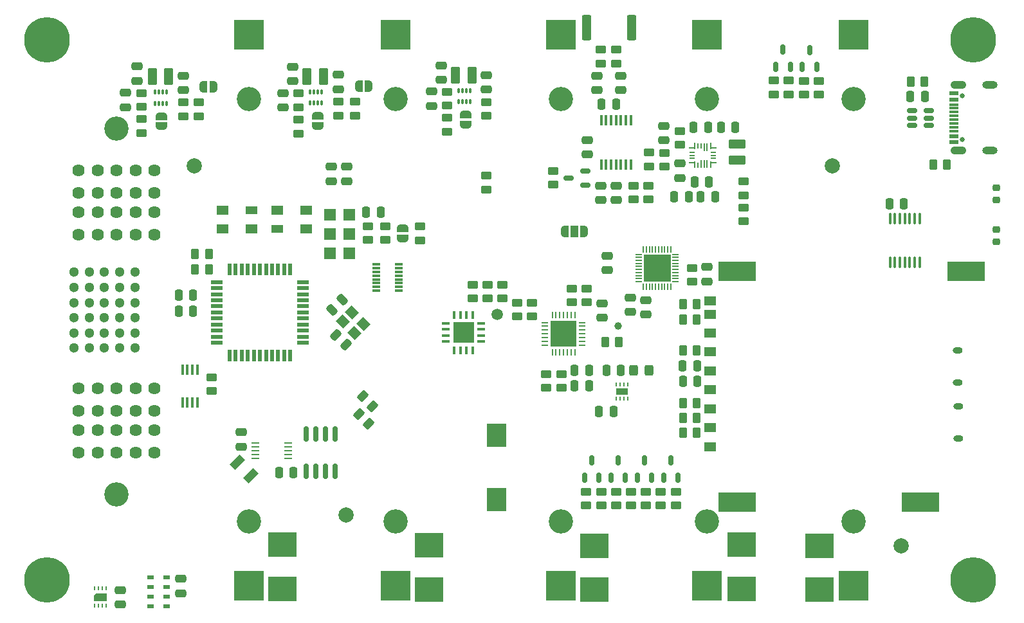
<source format=gbr>
%TF.GenerationSoftware,KiCad,Pcbnew,7.0.8-7.0.8~ubuntu23.04.1*%
%TF.CreationDate,2023-11-06T00:32:52+00:00*%
%TF.ProjectId,BATDATUNIT01,42415444-4154-4554-9e49-5430312e6b69,01A*%
%TF.SameCoordinates,Original*%
%TF.FileFunction,Soldermask,Bot*%
%TF.FilePolarity,Negative*%
%FSLAX46Y46*%
G04 Gerber Fmt 4.6, Leading zero omitted, Abs format (unit mm)*
G04 Created by KiCad (PCBNEW 7.0.8-7.0.8~ubuntu23.04.1) date 2023-11-06 00:32:52*
%MOMM*%
%LPD*%
G01*
G04 APERTURE LIST*
G04 Aperture macros list*
%AMRoundRect*
0 Rectangle with rounded corners*
0 $1 Rounding radius*
0 $2 $3 $4 $5 $6 $7 $8 $9 X,Y pos of 4 corners*
0 Add a 4 corners polygon primitive as box body*
4,1,4,$2,$3,$4,$5,$6,$7,$8,$9,$2,$3,0*
0 Add four circle primitives for the rounded corners*
1,1,$1+$1,$2,$3*
1,1,$1+$1,$4,$5*
1,1,$1+$1,$6,$7*
1,1,$1+$1,$8,$9*
0 Add four rect primitives between the rounded corners*
20,1,$1+$1,$2,$3,$4,$5,0*
20,1,$1+$1,$4,$5,$6,$7,0*
20,1,$1+$1,$6,$7,$8,$9,0*
20,1,$1+$1,$8,$9,$2,$3,0*%
%AMRotRect*
0 Rectangle, with rotation*
0 The origin of the aperture is its center*
0 $1 length*
0 $2 width*
0 $3 Rotation angle, in degrees counterclockwise*
0 Add horizontal line*
21,1,$1,$2,0,0,$3*%
%AMFreePoly0*
4,1,19,0.500000,-0.750000,0.000000,-0.750000,0.000000,-0.744911,-0.071157,-0.744911,-0.207708,-0.704816,-0.327430,-0.627875,-0.420627,-0.520320,-0.479746,-0.390866,-0.500000,-0.250000,-0.500000,0.250000,-0.479746,0.390866,-0.420627,0.520320,-0.327430,0.627875,-0.207708,0.704816,-0.071157,0.744911,0.000000,0.744911,0.000000,0.750000,0.500000,0.750000,0.500000,-0.750000,0.500000,-0.750000,
$1*%
%AMFreePoly1*
4,1,19,0.000000,0.744911,0.071157,0.744911,0.207708,0.704816,0.327430,0.627875,0.420627,0.520320,0.479746,0.390866,0.500000,0.250000,0.500000,-0.250000,0.479746,-0.390866,0.420627,-0.520320,0.327430,-0.627875,0.207708,-0.704816,0.071157,-0.744911,0.000000,-0.744911,0.000000,-0.750000,-0.500000,-0.750000,-0.500000,0.750000,0.000000,0.750000,0.000000,0.744911,0.000000,0.744911,
$1*%
%AMFreePoly2*
4,1,19,0.550000,-0.750000,0.000000,-0.750000,0.000000,-0.744911,-0.071157,-0.744911,-0.207708,-0.704816,-0.327430,-0.627875,-0.420627,-0.520320,-0.479746,-0.390866,-0.500000,-0.250000,-0.500000,0.250000,-0.479746,0.390866,-0.420627,0.520320,-0.327430,0.627875,-0.207708,0.704816,-0.071157,0.744911,0.000000,0.744911,0.000000,0.750000,0.550000,0.750000,0.550000,-0.750000,0.550000,-0.750000,
$1*%
%AMFreePoly3*
4,1,19,0.000000,0.744911,0.071157,0.744911,0.207708,0.704816,0.327430,0.627875,0.420627,0.520320,0.479746,0.390866,0.500000,0.250000,0.500000,-0.250000,0.479746,-0.390866,0.420627,-0.520320,0.327430,-0.627875,0.207708,-0.704816,0.071157,-0.744911,0.000000,-0.744911,0.000000,-0.750000,-0.550000,-0.750000,-0.550000,0.750000,0.000000,0.750000,0.000000,0.744911,0.000000,0.744911,
$1*%
%AMFreePoly4*
4,1,6,0.500000,-0.850000,-0.200000,-0.850000,-0.500000,-0.550000,-0.500000,0.850000,0.500000,0.850000,0.500000,-0.850000,0.500000,-0.850000,$1*%
G04 Aperture macros list end*
%ADD10C,3.200000*%
%ADD11R,4.000000X4.000000*%
%ADD12C,6.000000*%
%ADD13O,1.300000X0.900000*%
%ADD14C,1.300000*%
%ADD15C,1.620000*%
%ADD16RoundRect,0.250000X0.450000X-0.262500X0.450000X0.262500X-0.450000X0.262500X-0.450000X-0.262500X0*%
%ADD17RoundRect,0.250000X-0.262500X-0.450000X0.262500X-0.450000X0.262500X0.450000X-0.262500X0.450000X0*%
%ADD18R,0.950000X0.550000*%
%ADD19RoundRect,0.250000X0.475000X-0.250000X0.475000X0.250000X-0.475000X0.250000X-0.475000X-0.250000X0*%
%ADD20RoundRect,0.150000X0.150000X-0.512500X0.150000X0.512500X-0.150000X0.512500X-0.150000X-0.512500X0*%
%ADD21RoundRect,0.250000X0.375000X0.850000X-0.375000X0.850000X-0.375000X-0.850000X0.375000X-0.850000X0*%
%ADD22RoundRect,0.250000X-0.503814X-0.132583X-0.132583X-0.503814X0.503814X0.132583X0.132583X0.503814X0*%
%ADD23R,1.550000X1.150000*%
%ADD24R,1.550000X1.050000*%
%ADD25RoundRect,0.050000X-0.100000X0.285000X-0.100000X-0.285000X0.100000X-0.285000X0.100000X0.285000X0*%
%ADD26RoundRect,0.150000X-0.512500X-0.150000X0.512500X-0.150000X0.512500X0.150000X-0.512500X0.150000X0*%
%ADD27RoundRect,0.250000X-0.450000X0.262500X-0.450000X-0.262500X0.450000X-0.262500X0.450000X0.262500X0*%
%ADD28R,3.810000X3.330000*%
%ADD29RoundRect,0.250000X-0.362500X-1.425000X0.362500X-1.425000X0.362500X1.425000X-0.362500X1.425000X0*%
%ADD30RoundRect,0.087500X0.437500X0.087500X-0.437500X0.087500X-0.437500X-0.087500X0.437500X-0.087500X0*%
%ADD31RoundRect,0.087500X0.087500X0.437500X-0.087500X0.437500X-0.087500X-0.437500X0.087500X-0.437500X0*%
%ADD32R,2.700000X2.700000*%
%ADD33RoundRect,0.250000X0.250000X0.475000X-0.250000X0.475000X-0.250000X-0.475000X0.250000X-0.475000X0*%
%ADD34C,0.650000*%
%ADD35R,1.150000X0.600000*%
%ADD36R,1.150000X0.300000*%
%ADD37O,2.000000X1.000000*%
%ADD38O,2.100000X1.050000*%
%ADD39RoundRect,0.250000X-0.325000X-0.450000X0.325000X-0.450000X0.325000X0.450000X-0.325000X0.450000X0*%
%ADD40R,1.050000X0.300000*%
%ADD41C,1.500000*%
%ADD42C,2.000000*%
%ADD43RoundRect,0.250000X0.850000X-0.375000X0.850000X0.375000X-0.850000X0.375000X-0.850000X-0.375000X0*%
%ADD44RoundRect,0.250000X-0.475000X0.250000X-0.475000X-0.250000X0.475000X-0.250000X0.475000X0.250000X0*%
%ADD45RoundRect,0.250000X-0.250000X-0.475000X0.250000X-0.475000X0.250000X0.475000X-0.250000X0.475000X0*%
%ADD46RoundRect,0.250000X0.262500X0.450000X-0.262500X0.450000X-0.262500X-0.450000X0.262500X-0.450000X0*%
%ADD47FreePoly0,90.000000*%
%ADD48FreePoly1,90.000000*%
%ADD49RotRect,1.400000X1.200000X315.000000*%
%ADD50R,0.250000X0.500000*%
%ADD51R,1.600000X0.900000*%
%ADD52FreePoly2,180.000000*%
%ADD53R,1.000000X1.500000*%
%ADD54FreePoly3,180.000000*%
%ADD55RoundRect,0.150000X0.150000X-0.825000X0.150000X0.825000X-0.150000X0.825000X-0.150000X-0.825000X0*%
%ADD56R,0.450000X1.450000*%
%ADD57C,1.000000*%
%ADD58R,1.600000X1.200000*%
%ADD59R,5.000000X2.500000*%
%ADD60RoundRect,0.062500X0.062500X-0.337500X0.062500X0.337500X-0.062500X0.337500X-0.062500X-0.337500X0*%
%ADD61RoundRect,0.062500X0.337500X-0.062500X0.337500X0.062500X-0.337500X0.062500X-0.337500X-0.062500X0*%
%ADD62R,3.350000X3.350000*%
%ADD63RoundRect,0.050000X-0.337500X0.050000X-0.337500X-0.050000X0.337500X-0.050000X0.337500X0.050000X0*%
%ADD64RoundRect,0.050000X0.050000X0.337500X-0.050000X0.337500X-0.050000X-0.337500X0.050000X-0.337500X0*%
%ADD65RoundRect,0.050000X-0.262500X0.050000X-0.262500X-0.050000X0.262500X-0.050000X0.262500X0.050000X0*%
%ADD66RoundRect,0.050000X0.337500X-0.050000X0.337500X0.050000X-0.337500X0.050000X-0.337500X-0.050000X0*%
%ADD67RoundRect,0.050000X-0.050000X-0.262500X0.050000X-0.262500X0.050000X0.262500X-0.050000X0.262500X0*%
%ADD68RoundRect,0.050000X-0.050000X-0.450000X0.050000X-0.450000X0.050000X0.450000X-0.050000X0.450000X0*%
%ADD69RoundRect,0.050000X-0.050000X-0.337500X0.050000X-0.337500X0.050000X0.337500X-0.050000X0.337500X0*%
%ADD70RoundRect,0.050000X0.362500X-0.050000X0.362500X0.050000X-0.362500X0.050000X-0.362500X-0.050000X0*%
%ADD71RoundRect,0.050000X-0.362500X0.050000X-0.362500X-0.050000X0.362500X-0.050000X0.362500X0.050000X0*%
%ADD72R,2.500000X3.050000*%
%ADD73R,0.250000X0.550000*%
%ADD74FreePoly4,270.000000*%
%ADD75RoundRect,0.250000X-0.512652X-0.159099X-0.159099X-0.512652X0.512652X0.159099X0.159099X0.512652X0*%
%ADD76RoundRect,0.250000X0.250000X-0.200000X0.250000X0.200000X-0.250000X0.200000X-0.250000X-0.200000X0*%
%ADD77FreePoly0,180.000000*%
%ADD78FreePoly1,180.000000*%
%ADD79RotRect,1.000000X1.800000X135.000000*%
%ADD80R,1.100000X0.250000*%
%ADD81R,1.524000X1.524000*%
%ADD82RoundRect,0.250000X0.159099X-0.512652X0.512652X-0.159099X-0.159099X0.512652X-0.512652X0.159099X0*%
%ADD83R,0.850000X0.200000*%
%ADD84R,0.200000X0.850000*%
%ADD85R,3.600000X3.600000*%
%ADD86RoundRect,0.150000X0.512500X0.150000X-0.512500X0.150000X-0.512500X-0.150000X0.512500X-0.150000X0*%
%ADD87RoundRect,0.100000X0.100000X-0.637500X0.100000X0.637500X-0.100000X0.637500X-0.100000X-0.637500X0*%
%ADD88R,1.500000X0.550000*%
%ADD89R,0.550000X1.500000*%
G04 APERTURE END LIST*
D10*
%TO.C,BT1*%
X36486000Y15116000D03*
X55786000Y15116000D03*
X36486000Y70736000D03*
X55786000Y70736000D03*
D11*
X36486000Y6626000D03*
X36486000Y79226000D03*
X55786000Y6626000D03*
X55786000Y79226000D03*
%TD*%
D12*
%TO.C,H2*%
X131826000Y78486000D03*
%TD*%
%TO.C,H1*%
X9906000Y78486000D03*
%TD*%
D10*
%TO.C,BT2*%
X77486000Y15121000D03*
X96786000Y15121000D03*
X116086000Y15121000D03*
X77486000Y70731000D03*
X96786000Y70731000D03*
X116086000Y70731000D03*
D11*
X77486000Y6676000D03*
X77486000Y79176000D03*
X96786000Y6676000D03*
X96786000Y79176000D03*
X116086000Y6676000D03*
X116086000Y79176000D03*
%TD*%
D12*
%TO.C,H4*%
X131826000Y7366000D03*
%TD*%
D13*
%TO.C,SW4*%
X129751000Y33401000D03*
X129751000Y37651000D03*
%TD*%
D12*
%TO.C,H3*%
X9906000Y7366000D03*
%TD*%
D10*
%TO.C,J4*%
X19036000Y66856000D03*
X19036000Y18646000D03*
D14*
X13436000Y37926000D03*
X13436000Y39926000D03*
X13436000Y41926000D03*
X13436000Y43926000D03*
X13436000Y45926000D03*
X13436000Y47926000D03*
X15436000Y37926000D03*
X15436000Y39926000D03*
X15436000Y41926000D03*
X15436000Y43926000D03*
X15436000Y45926000D03*
X15436000Y47926000D03*
X17436000Y37926000D03*
X17436000Y39926000D03*
X17436000Y41926000D03*
X17436000Y43926000D03*
X17436000Y45926000D03*
X17436000Y47926000D03*
X19436000Y37926000D03*
X19436000Y39926000D03*
X19436000Y41926000D03*
X19436000Y43926000D03*
X19436000Y45926000D03*
X19436000Y47926000D03*
X21436000Y37926000D03*
X21436000Y39926000D03*
X21436000Y41926000D03*
X21436000Y43926000D03*
X21436000Y45926000D03*
X21436000Y47926000D03*
D15*
X24036000Y27146000D03*
X21536000Y27146000D03*
X19036000Y27146000D03*
X16536000Y27146000D03*
X14036000Y27146000D03*
X24036000Y24146000D03*
X21536000Y24146000D03*
X19036000Y24146000D03*
X16536000Y24146000D03*
X14036000Y24146000D03*
X24036000Y32646000D03*
X21536000Y32646000D03*
X19036000Y32646000D03*
X16536000Y32646000D03*
X14036000Y32646000D03*
X24036000Y29646000D03*
X21536000Y29646000D03*
X19036000Y29646000D03*
X16536000Y29646000D03*
X14036000Y29646000D03*
X24036000Y55856000D03*
X21536000Y55856000D03*
X19036000Y55856000D03*
X16536000Y55856000D03*
X14036000Y55856000D03*
X24036000Y52856000D03*
X21536000Y52856000D03*
X19036000Y52856000D03*
X16536000Y52856000D03*
X14036000Y52856000D03*
X24036000Y61356000D03*
X21536000Y61356000D03*
X19036000Y61356000D03*
X16536000Y61356000D03*
X14036000Y61356000D03*
X24036000Y58356000D03*
X21536000Y58356000D03*
X19036000Y58356000D03*
X16536000Y58356000D03*
X14036000Y58356000D03*
%TD*%
D13*
%TO.C,SW1*%
X129836000Y26051000D03*
X129836000Y30301000D03*
%TD*%
D16*
%TO.C,R33*%
X84786000Y17213500D03*
X84786000Y19038500D03*
%TD*%
D17*
%TO.C,R9*%
X93573500Y28726000D03*
X95398500Y28726000D03*
%TD*%
D18*
%TO.C,U9*%
X25659750Y7704750D03*
X25659750Y6454750D03*
X25659750Y5204750D03*
X25659750Y3954750D03*
X23509750Y3954750D03*
X23509750Y5204750D03*
X23509750Y6454750D03*
X23509750Y7704750D03*
%TD*%
D19*
%TO.C,C37*%
X61736000Y73266000D03*
X61736000Y75166000D03*
%TD*%
D20*
%TO.C,Q2*%
X89469330Y20888500D03*
X87569330Y20888500D03*
X88519330Y23163500D03*
%TD*%
D21*
%TO.C,L3*%
X46261000Y73711000D03*
X44111000Y73711000D03*
%TD*%
D22*
%TO.C,R35*%
X50940765Y29271235D03*
X52231235Y27980765D03*
%TD*%
D23*
%TO.C,SW2*%
X32986000Y53651000D03*
X36786000Y53651000D03*
X32986000Y56051000D03*
D24*
X36786000Y56051000D03*
%TD*%
D25*
%TO.C,U17*%
X24086000Y71658500D03*
X24586000Y71658500D03*
X25086000Y71658500D03*
X25586000Y71658500D03*
X25586000Y70178500D03*
X25086000Y70178500D03*
X24586000Y70178500D03*
X24086000Y70178500D03*
%TD*%
D26*
%TO.C,U2*%
X123711000Y67276000D03*
X123711000Y68226000D03*
X123711000Y69176000D03*
X125986000Y69176000D03*
X125986000Y68226000D03*
X125986000Y67276000D03*
%TD*%
D27*
%TO.C,R12*%
X101586000Y56426000D03*
X101586000Y54601000D03*
%TD*%
D28*
%TO.C,F3*%
X81886000Y11926000D03*
X81886000Y6106000D03*
%TD*%
D29*
%TO.C,R52*%
X80923500Y80126000D03*
X86848500Y80126000D03*
%TD*%
D30*
%TO.C,U4*%
X67036000Y41181000D03*
X67036000Y40381000D03*
X67036000Y39581000D03*
X67036000Y38781000D03*
D31*
X65911000Y37656000D03*
X65111000Y37656000D03*
X64311000Y37656000D03*
X63511000Y37656000D03*
D30*
X62386000Y38781000D03*
X62386000Y39581000D03*
X62386000Y40381000D03*
X62386000Y41181000D03*
D31*
X63511000Y42306000D03*
X64311000Y42306000D03*
X65111000Y42306000D03*
X65911000Y42306000D03*
D32*
X64711000Y39981000D03*
%TD*%
D33*
%TO.C,C14*%
X29100000Y42826000D03*
X27200000Y42826000D03*
%TD*%
%TO.C,C33*%
X122686000Y56951000D03*
X120786000Y56951000D03*
%TD*%
D34*
%TO.C,J1*%
X130318500Y71146000D03*
X130318500Y65366000D03*
D35*
X129243500Y71456000D03*
X129243500Y70656000D03*
D36*
X129243500Y69506000D03*
X129243500Y68506000D03*
X129243500Y68006000D03*
X129243500Y67006000D03*
D35*
X129243500Y65056000D03*
X129243500Y65856000D03*
D36*
X129243500Y66506000D03*
X129243500Y67506000D03*
X129243500Y69006000D03*
X129243500Y70006000D03*
D37*
X133998500Y72576000D03*
X133998500Y63936000D03*
D38*
X129818500Y72576000D03*
X129818500Y63936000D03*
%TD*%
D39*
%TO.C,L5*%
X87111000Y35026000D03*
X89161000Y35026000D03*
%TD*%
D33*
%TO.C,C43*%
X84436000Y29576000D03*
X82536000Y29576000D03*
%TD*%
D19*
%TO.C,C24*%
X91086000Y65276000D03*
X91086000Y67176000D03*
%TD*%
D40*
%TO.C,U7*%
X56186000Y48976000D03*
X56186000Y48476000D03*
X56186000Y47976000D03*
X56186000Y47476000D03*
X56186000Y46976000D03*
X56186000Y46476000D03*
X56186000Y45976000D03*
X56186000Y45476000D03*
X53186000Y45476000D03*
X53186000Y45976000D03*
X53186000Y46476000D03*
X53186000Y46976000D03*
X53186000Y47476000D03*
X53186000Y47976000D03*
X53186000Y48476000D03*
X53186000Y48976000D03*
%TD*%
D41*
%TO.C,TP2*%
X69136000Y42326000D03*
%TD*%
D16*
%TO.C,R45*%
X105586000Y71338500D03*
X105586000Y73163500D03*
%TD*%
%TO.C,R61*%
X50436000Y68536000D03*
X50436000Y70361000D03*
%TD*%
D42*
%TO.C,FID2*%
X49286000Y15926000D03*
%TD*%
D43*
%TO.C,L1*%
X100686000Y62651000D03*
X100686000Y64801000D03*
%TD*%
D44*
%TO.C,C18*%
X27486000Y7529750D03*
X27486000Y5629750D03*
%TD*%
D16*
%TO.C,R25*%
X88719332Y17213500D03*
X88719332Y19038500D03*
%TD*%
D44*
%TO.C,C3*%
X96786000Y48626000D03*
X96786000Y46726000D03*
%TD*%
D45*
%TO.C,C5*%
X79336000Y32926000D03*
X81236000Y32926000D03*
%TD*%
D46*
%TO.C,R26*%
X85186000Y38726000D03*
X83361000Y38726000D03*
%TD*%
D47*
%TO.C,JP5*%
X64986000Y67366000D03*
D48*
X64986000Y68666000D03*
%TD*%
D44*
%TO.C,C9*%
X47326000Y61826000D03*
X47326000Y59926000D03*
%TD*%
D27*
%TO.C,R37*%
X58986000Y53938500D03*
X58986000Y52113500D03*
%TD*%
D42*
%TO.C,FID1*%
X29286000Y61926000D03*
%TD*%
D19*
%TO.C,C19*%
X35486000Y24956000D03*
X35486000Y26856000D03*
%TD*%
D27*
%TO.C,R2*%
X67686000Y60651000D03*
X67686000Y58826000D03*
%TD*%
%TO.C,R36*%
X54386000Y53988500D03*
X54386000Y52163500D03*
%TD*%
D20*
%TO.C,Q7*%
X111211000Y74926000D03*
X109311000Y74926000D03*
X110261000Y77201000D03*
%TD*%
D49*
%TO.C,Y1*%
X50013081Y42633081D03*
X51568716Y41077446D03*
X50366635Y39875365D03*
X48811000Y41431000D03*
%TD*%
D27*
%TO.C,R11*%
X101536000Y59893500D03*
X101536000Y58068500D03*
%TD*%
D19*
%TO.C,C26*%
X82286000Y71876000D03*
X82286000Y73776000D03*
%TD*%
D50*
%TO.C,U18*%
X86336000Y31276000D03*
X85836000Y31276000D03*
X85336000Y31276000D03*
X84836000Y31276000D03*
X84836000Y33176000D03*
X85336000Y33176000D03*
X85836000Y33176000D03*
X86336000Y33176000D03*
D51*
X85586000Y32226000D03*
%TD*%
D17*
%TO.C,R8*%
X93573500Y30676000D03*
X95398500Y30676000D03*
%TD*%
D16*
%TO.C,R64*%
X48236000Y68548500D03*
X48236000Y70373500D03*
%TD*%
%TO.C,R46*%
X109511000Y71313500D03*
X109511000Y73138500D03*
%TD*%
D46*
%TO.C,R5*%
X95398500Y43726000D03*
X93573500Y43726000D03*
%TD*%
D21*
%TO.C,L2*%
X65811000Y73866000D03*
X63661000Y73866000D03*
%TD*%
D52*
%TO.C,JP1*%
X80600000Y53300000D03*
D53*
X79300000Y53300000D03*
D54*
X78000000Y53300000D03*
%TD*%
D20*
%TO.C,Q6*%
X107711000Y74951000D03*
X105811000Y74951000D03*
X106761000Y77226000D03*
%TD*%
D44*
%TO.C,C25*%
X84786000Y59326000D03*
X84786000Y57426000D03*
%TD*%
D17*
%TO.C,R7*%
X93573500Y37626000D03*
X95398500Y37626000D03*
%TD*%
D46*
%TO.C,R22*%
X31186000Y48326000D03*
X29361000Y48326000D03*
%TD*%
D16*
%TO.C,R41*%
X107511000Y71338500D03*
X107511000Y73163500D03*
%TD*%
%TO.C,R28*%
X86752666Y17213500D03*
X86752666Y19038500D03*
%TD*%
D27*
%TO.C,R47*%
X91136000Y63638500D03*
X91136000Y61813500D03*
%TD*%
D55*
%TO.C,U5*%
X47791000Y21701000D03*
X46521000Y21701000D03*
X45251000Y21701000D03*
X43981000Y21701000D03*
X43981000Y26651000D03*
X45251000Y26651000D03*
X46521000Y26651000D03*
X47791000Y26651000D03*
%TD*%
D56*
%TO.C,U10*%
X29661000Y30726000D03*
X29011000Y30726000D03*
X28361000Y30726000D03*
X27711000Y30726000D03*
X27711000Y35126000D03*
X28361000Y35126000D03*
X29011000Y35126000D03*
X29661000Y35126000D03*
%TD*%
D57*
%TO.C,TP1*%
X85086000Y40826000D03*
%TD*%
D46*
%TO.C,R6*%
X95398500Y41726000D03*
X93573500Y41726000D03*
%TD*%
D16*
%TO.C,R16*%
X82819334Y17213500D03*
X82819334Y19038500D03*
%TD*%
D20*
%TO.C,Q1*%
X82535998Y20888500D03*
X80635998Y20888500D03*
X81585998Y23163500D03*
%TD*%
D27*
%TO.C,R71*%
X22286000Y68106000D03*
X22286000Y66281000D03*
%TD*%
D23*
%TO.C,SW3*%
X43986000Y56051000D03*
X40186000Y56051000D03*
X43986000Y53651000D03*
D24*
X40186000Y53651000D03*
%TD*%
D27*
%TO.C,R70*%
X22286000Y71531000D03*
X22286000Y69706000D03*
%TD*%
D58*
%TO.C,J2*%
X97186000Y27441000D03*
X97186000Y29941000D03*
X97186000Y32441000D03*
X97186000Y34941000D03*
X97186000Y37441000D03*
X97186000Y39941000D03*
X97186000Y42371000D03*
X97186000Y44171000D03*
X97186000Y24941000D03*
D59*
X100686000Y48056000D03*
X100686000Y17606000D03*
X124886000Y17606000D03*
X130886000Y48056000D03*
%TD*%
D44*
%TO.C,C40*%
X60536000Y71716000D03*
X60536000Y69816000D03*
%TD*%
D45*
%TO.C,C6*%
X79336000Y35026000D03*
X81236000Y35026000D03*
%TD*%
D33*
%TO.C,C29*%
X97036000Y59801000D03*
X95136000Y59801000D03*
%TD*%
D16*
%TO.C,R21*%
X71786000Y42093500D03*
X71786000Y43918500D03*
%TD*%
%TO.C,R23*%
X73736000Y42093500D03*
X73736000Y43918500D03*
%TD*%
D45*
%TO.C,C11*%
X51886000Y55826000D03*
X53786000Y55826000D03*
%TD*%
D17*
%TO.C,R3*%
X126536000Y62076000D03*
X128361000Y62076000D03*
%TD*%
D19*
%TO.C,C36*%
X27836000Y71918500D03*
X27836000Y73818500D03*
%TD*%
D33*
%TO.C,C44*%
X85436000Y35026000D03*
X83536000Y35026000D03*
%TD*%
%TO.C,C4*%
X125436000Y71076000D03*
X123536000Y71076000D03*
%TD*%
D19*
%TO.C,C38*%
X42186000Y73061000D03*
X42186000Y74961000D03*
%TD*%
D16*
%TO.C,R44*%
X89061000Y57483500D03*
X89061000Y59308500D03*
%TD*%
%TO.C,R24*%
X80852668Y17213500D03*
X80852668Y19038500D03*
%TD*%
D33*
%TO.C,C45*%
X95461000Y35626000D03*
X93561000Y35626000D03*
%TD*%
D44*
%TO.C,C2*%
X88686000Y44251000D03*
X88686000Y42351000D03*
%TD*%
D16*
%TO.C,R13*%
X75586000Y32687500D03*
X75586000Y34512500D03*
%TD*%
D28*
%TO.C,F2*%
X60186000Y11936000D03*
X60186000Y6116000D03*
%TD*%
D60*
%TO.C,U3*%
X79386000Y37356000D03*
X78886000Y37356000D03*
X78386000Y37356000D03*
X77886000Y37356000D03*
X77386000Y37356000D03*
X76886000Y37356000D03*
X76386000Y37356000D03*
D61*
X75436000Y38306000D03*
X75436000Y38806000D03*
X75436000Y39306000D03*
X75436000Y39806000D03*
X75436000Y40306000D03*
X75436000Y40806000D03*
X75436000Y41306000D03*
D60*
X76386000Y42256000D03*
X76886000Y42256000D03*
X77386000Y42256000D03*
X77886000Y42256000D03*
X78386000Y42256000D03*
X78886000Y42256000D03*
X79386000Y42256000D03*
D61*
X80336000Y41306000D03*
X80336000Y40806000D03*
X80336000Y40306000D03*
X80336000Y39806000D03*
X80336000Y39306000D03*
X80336000Y38806000D03*
X80336000Y38306000D03*
D62*
X77886000Y39806000D03*
%TD*%
D16*
%TO.C,R50*%
X93200000Y64700000D03*
X93200000Y66525000D03*
%TD*%
D17*
%TO.C,R4*%
X123573500Y73026000D03*
X125398500Y73026000D03*
%TD*%
D16*
%TO.C,R39*%
X31536000Y32263500D03*
X31536000Y34088500D03*
%TD*%
D33*
%TO.C,C46*%
X95486000Y33601000D03*
X93586000Y33601000D03*
%TD*%
D21*
%TO.C,L4*%
X25886000Y73668500D03*
X23736000Y73668500D03*
%TD*%
D46*
%TO.C,R30*%
X31186000Y50326000D03*
X29361000Y50326000D03*
%TD*%
D56*
%TO.C,U12*%
X86736000Y62076000D03*
X86086000Y62076000D03*
X85436000Y62076000D03*
X84786000Y62076000D03*
X84136000Y62076000D03*
X83486000Y62076000D03*
X82836000Y62076000D03*
X82836000Y67976000D03*
X83486000Y67976000D03*
X84136000Y67976000D03*
X84786000Y67976000D03*
X85436000Y67976000D03*
X86086000Y67976000D03*
X86736000Y67976000D03*
%TD*%
D16*
%TO.C,R15*%
X77586000Y32687500D03*
X77586000Y34512500D03*
%TD*%
D42*
%TO.C,FID3*%
X113286000Y61926000D03*
%TD*%
D63*
%TO.C,U13*%
X94838500Y62376000D03*
D64*
X95126000Y62088500D03*
D65*
X94823500Y62919000D03*
X94813500Y63319000D03*
X94813500Y63719000D03*
D64*
X95126000Y64563500D03*
D66*
X94838500Y64276000D03*
D67*
X95576000Y64538500D03*
X95976000Y64538500D03*
D68*
X96376000Y64356000D03*
X96776000Y64356000D03*
D69*
X97276000Y64563500D03*
D70*
X97588500Y64276000D03*
D65*
X97583500Y63719000D03*
X97583500Y63319000D03*
X97583500Y62919000D03*
D69*
X97276000Y62088500D03*
D71*
X97588500Y62376000D03*
D68*
X96776000Y62196000D03*
X96376000Y62196000D03*
X95976000Y62196000D03*
D67*
X95576000Y62016000D03*
%TD*%
D19*
%TO.C,C15*%
X19486000Y4179750D03*
X19486000Y6079750D03*
%TD*%
D27*
%TO.C,R69*%
X42986000Y68023500D03*
X42986000Y66198500D03*
%TD*%
%TO.C,R66*%
X62536000Y71678500D03*
X62536000Y69853500D03*
%TD*%
D16*
%TO.C,R19*%
X67886000Y44443500D03*
X67886000Y46268500D03*
%TD*%
D72*
%TO.C,BZ1*%
X69036000Y18001000D03*
X69036000Y26451000D03*
%TD*%
D16*
%TO.C,R29*%
X92652668Y17213500D03*
X92652668Y19038500D03*
%TD*%
D73*
%TO.C,U6*%
X16134750Y6329750D03*
X16634750Y6329750D03*
X17134750Y6329750D03*
X17634750Y6329750D03*
X17634750Y3979750D03*
X17134750Y3979750D03*
X16634750Y3979750D03*
X16134750Y3979750D03*
D74*
X16884750Y5154750D03*
%TD*%
D19*
%TO.C,C39*%
X21736000Y73106000D03*
X21736000Y75006000D03*
%TD*%
%TO.C,C34*%
X67736000Y71966000D03*
X67736000Y73866000D03*
%TD*%
D47*
%TO.C,JP7*%
X45486000Y67211000D03*
D48*
X45486000Y68511000D03*
%TD*%
D19*
%TO.C,C1*%
X83586000Y48176000D03*
X83586000Y50076000D03*
%TD*%
D25*
%TO.C,U16*%
X44536000Y71701000D03*
X45036000Y71701000D03*
X45536000Y71701000D03*
X46036000Y71701000D03*
X46036000Y70221000D03*
X45536000Y70221000D03*
X45036000Y70221000D03*
X44536000Y70221000D03*
%TD*%
D42*
%TO.C,FID4*%
X122286000Y11926000D03*
%TD*%
D27*
%TO.C,R43*%
X87086000Y59308500D03*
X87086000Y57483500D03*
%TD*%
%TO.C,R48*%
X82786000Y77238500D03*
X82786000Y75413500D03*
%TD*%
D16*
%TO.C,R1*%
X94786000Y46676000D03*
X94786000Y48501000D03*
%TD*%
D75*
%TO.C,C13*%
X47864249Y39697751D03*
X49207751Y38354249D03*
%TD*%
D76*
%TO.C,D7*%
X134811000Y57426000D03*
X134811000Y59026000D03*
%TD*%
D16*
%TO.C,R31*%
X80936000Y43963500D03*
X80936000Y45788500D03*
%TD*%
D77*
%TO.C,JP4*%
X31786000Y72368500D03*
D78*
X30486000Y72368500D03*
%TD*%
D25*
%TO.C,U15*%
X64086000Y71856000D03*
X64586000Y71856000D03*
X65086000Y71856000D03*
X65586000Y71856000D03*
X65586000Y70376000D03*
X65086000Y70376000D03*
X64586000Y70376000D03*
X64086000Y70376000D03*
%TD*%
D79*
%TO.C,Y2*%
X34952117Y22859883D03*
X36719883Y21092117D03*
%TD*%
D19*
%TO.C,C28*%
X80986000Y63426000D03*
X80986000Y65326000D03*
%TD*%
D80*
%TO.C,U11*%
X37336000Y23406000D03*
X37336000Y23906000D03*
X37336000Y24406000D03*
X37336000Y24906000D03*
X37336000Y25406000D03*
X41636000Y25406000D03*
X41636000Y24906000D03*
X41636000Y24406000D03*
X41636000Y23906000D03*
X41636000Y23406000D03*
%TD*%
D20*
%TO.C,Q4*%
X92935998Y20888500D03*
X91035998Y20888500D03*
X91985998Y23163500D03*
%TD*%
D76*
%TO.C,D6*%
X134811000Y51901000D03*
X134811000Y53501000D03*
%TD*%
D81*
%TO.C,J3*%
X47166000Y50436000D03*
X49706000Y50436000D03*
X47166000Y52976000D03*
X49706000Y52976000D03*
X47166000Y55516000D03*
X49706000Y55516000D03*
%TD*%
D16*
%TO.C,R63*%
X27836000Y68481000D03*
X27836000Y70306000D03*
%TD*%
D27*
%TO.C,R38*%
X52086000Y53988500D03*
X52086000Y52163500D03*
%TD*%
D45*
%TO.C,C31*%
X98586000Y67026000D03*
X100486000Y67026000D03*
%TD*%
D44*
%TO.C,C22*%
X82786000Y59326000D03*
X82786000Y57426000D03*
%TD*%
D33*
%TO.C,C16*%
X42336000Y21506000D03*
X40436000Y21506000D03*
%TD*%
D45*
%TO.C,C23*%
X82886000Y70026000D03*
X84786000Y70026000D03*
%TD*%
D82*
%TO.C,C8*%
X47414249Y42954249D03*
X48757751Y44297751D03*
%TD*%
D22*
%TO.C,R34*%
X51440765Y31571235D03*
X52731235Y30280765D03*
%TD*%
D33*
%TO.C,C21*%
X94361000Y57826000D03*
X92461000Y57826000D03*
%TD*%
D20*
%TO.C,Q3*%
X86002664Y20888500D03*
X84102664Y20888500D03*
X85052664Y23163500D03*
%TD*%
D19*
%TO.C,C35*%
X48236000Y72011000D03*
X48236000Y73911000D03*
%TD*%
D44*
%TO.C,C42*%
X20236000Y71568500D03*
X20236000Y69668500D03*
%TD*%
D27*
%TO.C,R68*%
X42986000Y71473500D03*
X42986000Y69648500D03*
%TD*%
D28*
%TO.C,F5*%
X111586000Y11926000D03*
X111586000Y6106000D03*
%TD*%
D44*
%TO.C,C41*%
X40986000Y71511000D03*
X40986000Y69611000D03*
%TD*%
D77*
%TO.C,JP3*%
X52236000Y72423500D03*
D78*
X50936000Y72423500D03*
%TD*%
D16*
%TO.C,R65*%
X67736000Y68491000D03*
X67736000Y70316000D03*
%TD*%
%TO.C,R62*%
X29836000Y68481000D03*
X29836000Y70306000D03*
%TD*%
D83*
%TO.C,U1*%
X87736000Y46676000D03*
X87736000Y47076000D03*
X87736000Y47476000D03*
X87736000Y47876000D03*
X87736000Y48276000D03*
X87736000Y48676000D03*
X87736000Y49076000D03*
X87736000Y49476000D03*
X87736000Y49876000D03*
X87736000Y50276000D03*
D84*
X88386000Y50926000D03*
X88786000Y50926000D03*
X89186000Y50926000D03*
X89586000Y50926000D03*
X89986000Y50926000D03*
X90386000Y50926000D03*
X90786000Y50926000D03*
X91186000Y50926000D03*
X91586000Y50926000D03*
X91986000Y50926000D03*
D83*
X92636000Y50276000D03*
X92636000Y49876000D03*
X92636000Y49476000D03*
X92636000Y49076000D03*
X92636000Y48676000D03*
X92636000Y48276000D03*
X92636000Y47876000D03*
X92636000Y47476000D03*
X92636000Y47076000D03*
X92636000Y46676000D03*
D84*
X91986000Y46026000D03*
X91586000Y46026000D03*
X91186000Y46026000D03*
X90786000Y46026000D03*
X90386000Y46026000D03*
X89986000Y46026000D03*
X89586000Y46026000D03*
X89186000Y46026000D03*
X88786000Y46026000D03*
X88386000Y46026000D03*
D85*
X90186000Y48476000D03*
%TD*%
D86*
%TO.C,Q5*%
X80773500Y61276000D03*
X80773500Y59376000D03*
X78498500Y60326000D03*
%TD*%
D27*
%TO.C,R49*%
X84786000Y77238500D03*
X84786000Y75413500D03*
%TD*%
D47*
%TO.C,JP6*%
X24936000Y67156000D03*
D48*
X24936000Y68456000D03*
%TD*%
D44*
%TO.C,C17*%
X86686000Y44601000D03*
X86686000Y42701000D03*
%TD*%
D87*
%TO.C,U14*%
X124736000Y49238500D03*
X124086000Y49238500D03*
X123436000Y49238500D03*
X122786000Y49238500D03*
X122136000Y49238500D03*
X121486000Y49238500D03*
X120836000Y49238500D03*
X120836000Y54963500D03*
X121486000Y54963500D03*
X122136000Y54963500D03*
X122786000Y54963500D03*
X123436000Y54963500D03*
X124086000Y54963500D03*
X124736000Y54963500D03*
%TD*%
D33*
%TO.C,C10*%
X29100000Y44876000D03*
X27200000Y44876000D03*
%TD*%
D27*
%TO.C,R67*%
X62536000Y68278500D03*
X62536000Y66453500D03*
%TD*%
D44*
%TO.C,C12*%
X49361000Y61826000D03*
X49361000Y59926000D03*
%TD*%
D16*
%TO.C,R27*%
X69836000Y44443500D03*
X69836000Y46268500D03*
%TD*%
D27*
%TO.C,R51*%
X76486000Y61263500D03*
X76486000Y59438500D03*
%TD*%
D16*
%TO.C,R42*%
X111486000Y71313500D03*
X111486000Y73138500D03*
%TD*%
D19*
%TO.C,C27*%
X85386000Y71876000D03*
X85386000Y73776000D03*
%TD*%
D88*
%TO.C,U8*%
X43611000Y46631000D03*
X43611000Y45831000D03*
X43611000Y45031000D03*
X43611000Y44231000D03*
X43611000Y43431000D03*
X43611000Y42631000D03*
X43611000Y41831000D03*
X43611000Y41031000D03*
X43611000Y40231000D03*
X43611000Y39431000D03*
X43611000Y38631000D03*
D89*
X41911000Y36931000D03*
X41111000Y36931000D03*
X40311000Y36931000D03*
X39511000Y36931000D03*
X38711000Y36931000D03*
X37911000Y36931000D03*
X37111000Y36931000D03*
X36311000Y36931000D03*
X35511000Y36931000D03*
X34711000Y36931000D03*
X33911000Y36931000D03*
D88*
X32211000Y38631000D03*
X32211000Y39431000D03*
X32211000Y40231000D03*
X32211000Y41031000D03*
X32211000Y41831000D03*
X32211000Y42631000D03*
X32211000Y43431000D03*
X32211000Y44231000D03*
X32211000Y45031000D03*
X32211000Y45831000D03*
X32211000Y46631000D03*
D89*
X33911000Y48331000D03*
X34711000Y48331000D03*
X35511000Y48331000D03*
X36311000Y48331000D03*
X37111000Y48331000D03*
X37911000Y48331000D03*
X38711000Y48331000D03*
X39511000Y48331000D03*
X40311000Y48331000D03*
X41111000Y48331000D03*
X41911000Y48331000D03*
%TD*%
D47*
%TO.C,JP2*%
X56686000Y52376000D03*
D48*
X56686000Y53676000D03*
%TD*%
D16*
%TO.C,R40*%
X89136000Y61851000D03*
X89136000Y63676000D03*
%TD*%
%TO.C,R17*%
X90685998Y17213500D03*
X90685998Y19038500D03*
%TD*%
D33*
%TO.C,C30*%
X96900000Y67000000D03*
X95000000Y67000000D03*
%TD*%
D28*
%TO.C,F4*%
X101286000Y12026000D03*
X101286000Y6206000D03*
%TD*%
D17*
%TO.C,R10*%
X93573500Y26756000D03*
X95398500Y26756000D03*
%TD*%
D45*
%TO.C,C20*%
X95936000Y57826000D03*
X97836000Y57826000D03*
%TD*%
D16*
%TO.C,R20*%
X65936000Y44443500D03*
X65936000Y46268500D03*
%TD*%
%TO.C,R32*%
X78986000Y43963500D03*
X78986000Y45788500D03*
%TD*%
D19*
%TO.C,C7*%
X82936000Y41901000D03*
X82936000Y43801000D03*
%TD*%
D28*
%TO.C,F1*%
X40886000Y12026000D03*
X40886000Y6206000D03*
%TD*%
D44*
%TO.C,C32*%
X93211000Y62226000D03*
X93211000Y60326000D03*
%TD*%
M02*

</source>
